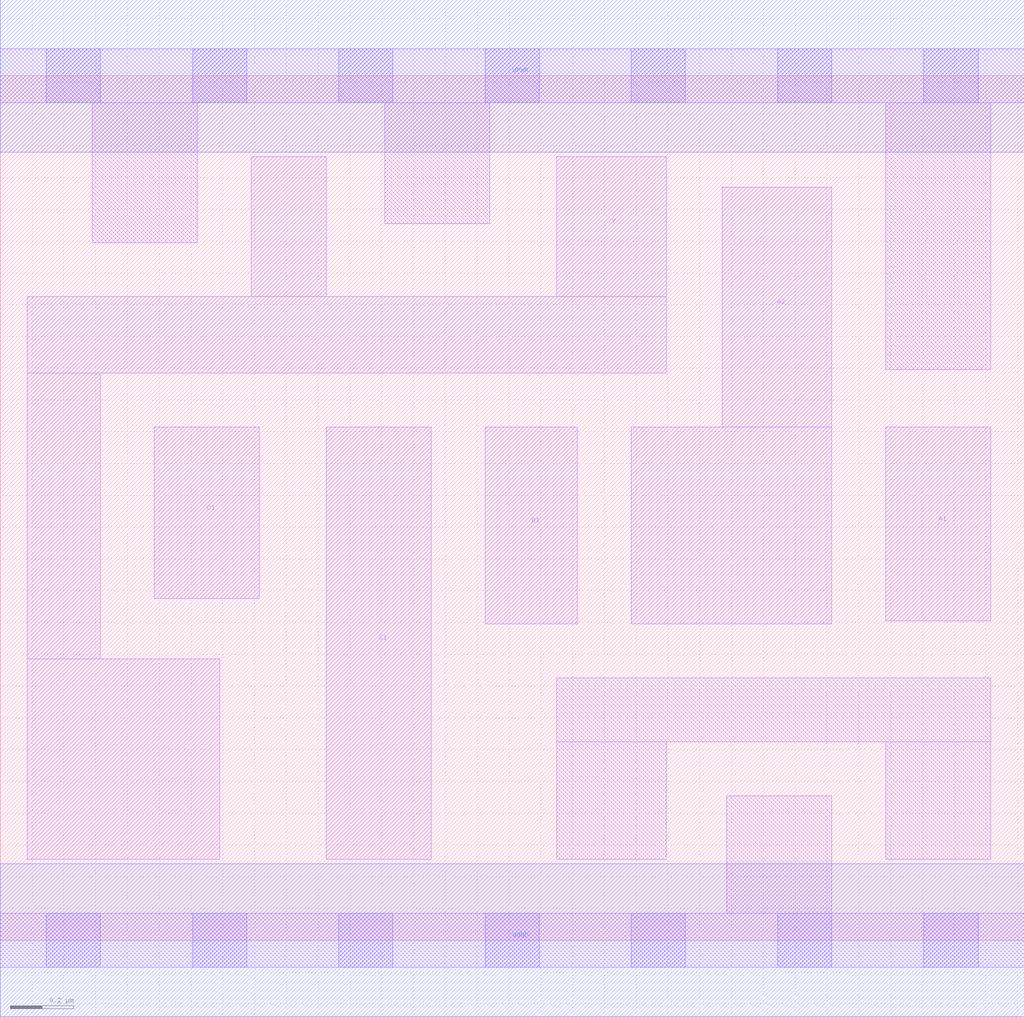
<source format=lef>
# Copyright 2020 The SkyWater PDK Authors
#
# Licensed under the Apache License, Version 2.0 (the "License");
# you may not use this file except in compliance with the License.
# You may obtain a copy of the License at
#
#     https://www.apache.org/licenses/LICENSE-2.0
#
# Unless required by applicable law or agreed to in writing, software
# distributed under the License is distributed on an "AS IS" BASIS,
# WITHOUT WARRANTIES OR CONDITIONS OF ANY KIND, either express or implied.
# See the License for the specific language governing permissions and
# limitations under the License.
#
# SPDX-License-Identifier: Apache-2.0

VERSION 5.7 ;
  NAMESCASESENSITIVE ON ;
  NOWIREEXTENSIONATPIN ON ;
  DIVIDERCHAR "/" ;
  BUSBITCHARS "[]" ;
UNITS
  DATABASE MICRONS 200 ;
END UNITS
MACRO sky130_fd_sc_hd__o2111ai_1
  CLASS CORE ;
  SOURCE USER ;
  FOREIGN sky130_fd_sc_hd__o2111ai_1 ;
  ORIGIN  0.000000  0.000000 ;
  SIZE  3.220000 BY  2.720000 ;
  SYMMETRY X Y R90 ;
  SITE unithd ;
  PIN A1
    ANTENNAGATEAREA  0.247500 ;
    DIRECTION INPUT ;
    USE SIGNAL ;
    PORT
      LAYER li1 ;
        RECT 2.785000 1.005000 3.115000 1.615000 ;
    END
  END A1
  PIN A2
    ANTENNAGATEAREA  0.247500 ;
    DIRECTION INPUT ;
    USE SIGNAL ;
    PORT
      LAYER li1 ;
        RECT 1.985000 0.995000 2.615000 1.615000 ;
        RECT 2.270000 1.615000 2.615000 2.370000 ;
    END
  END A2
  PIN B1
    ANTENNAGATEAREA  0.247500 ;
    DIRECTION INPUT ;
    USE SIGNAL ;
    PORT
      LAYER li1 ;
        RECT 1.525000 0.995000 1.815000 1.615000 ;
    END
  END B1
  PIN C1
    ANTENNAGATEAREA  0.247500 ;
    DIRECTION INPUT ;
    USE SIGNAL ;
    PORT
      LAYER li1 ;
        RECT 1.025000 0.255000 1.355000 1.615000 ;
    END
  END C1
  PIN D1
    ANTENNAGATEAREA  0.247500 ;
    DIRECTION INPUT ;
    USE SIGNAL ;
    PORT
      LAYER li1 ;
        RECT 0.485000 1.075000 0.815000 1.615000 ;
    END
  END D1
  PIN Y
    ANTENNADIFFAREA  0.857250 ;
    DIRECTION OUTPUT ;
    USE SIGNAL ;
    PORT
      LAYER li1 ;
        RECT 0.085000 0.255000 0.690000 0.885000 ;
        RECT 0.085000 0.885000 0.315000 1.785000 ;
        RECT 0.085000 1.785000 2.095000 2.025000 ;
        RECT 0.790000 2.025000 1.025000 2.465000 ;
        RECT 1.750000 2.025000 2.095000 2.465000 ;
    END
  END Y
  PIN VGND
    DIRECTION INOUT ;
    SHAPE ABUTMENT ;
    USE GROUND ;
    PORT
      LAYER met1 ;
        RECT 0.000000 -0.240000 3.220000 0.240000 ;
    END
  END VGND
  PIN VPWR
    DIRECTION INOUT ;
    SHAPE ABUTMENT ;
    USE POWER ;
    PORT
      LAYER met1 ;
        RECT 0.000000 2.480000 3.220000 2.960000 ;
    END
  END VPWR
  OBS
    LAYER li1 ;
      RECT 0.000000 -0.085000 3.220000 0.085000 ;
      RECT 0.000000  2.635000 3.220000 2.805000 ;
      RECT 0.290000  2.195000 0.620000 2.635000 ;
      RECT 1.210000  2.255000 1.540000 2.635000 ;
      RECT 1.750000  0.255000 2.095000 0.625000 ;
      RECT 1.750000  0.625000 3.115000 0.825000 ;
      RECT 2.285000  0.085000 2.615000 0.455000 ;
      RECT 2.785000  0.255000 3.115000 0.625000 ;
      RECT 2.785000  1.795000 3.115000 2.635000 ;
    LAYER mcon ;
      RECT 0.145000 -0.085000 0.315000 0.085000 ;
      RECT 0.145000  2.635000 0.315000 2.805000 ;
      RECT 0.605000 -0.085000 0.775000 0.085000 ;
      RECT 0.605000  2.635000 0.775000 2.805000 ;
      RECT 1.065000 -0.085000 1.235000 0.085000 ;
      RECT 1.065000  2.635000 1.235000 2.805000 ;
      RECT 1.525000 -0.085000 1.695000 0.085000 ;
      RECT 1.525000  2.635000 1.695000 2.805000 ;
      RECT 1.985000 -0.085000 2.155000 0.085000 ;
      RECT 1.985000  2.635000 2.155000 2.805000 ;
      RECT 2.445000 -0.085000 2.615000 0.085000 ;
      RECT 2.445000  2.635000 2.615000 2.805000 ;
      RECT 2.905000 -0.085000 3.075000 0.085000 ;
      RECT 2.905000  2.635000 3.075000 2.805000 ;
  END
END sky130_fd_sc_hd__o2111ai_1
END LIBRARY

</source>
